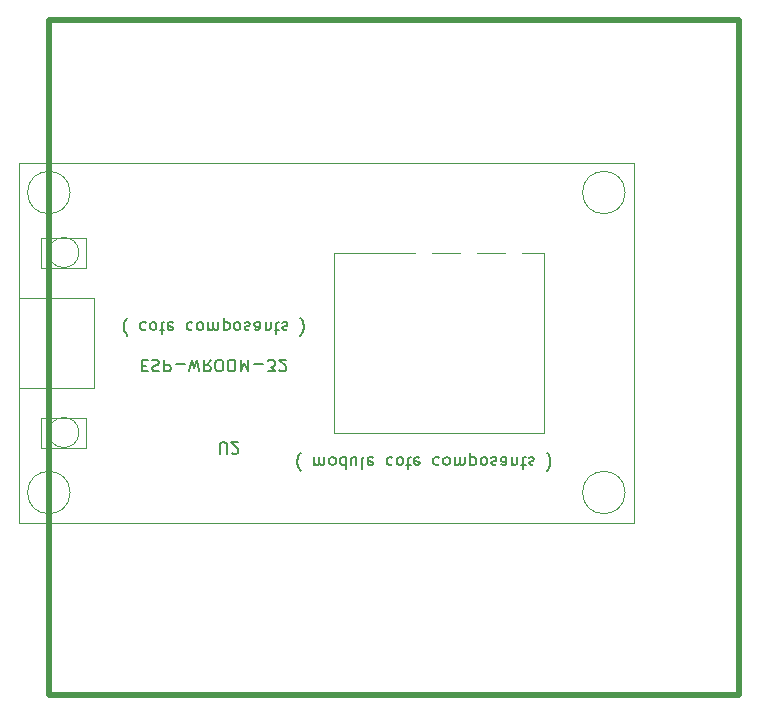
<source format=gbo>
%TF.GenerationSoftware,KiCad,Pcbnew,6.0.0-rc1-unknown-5cb2641142~116~ubuntu20.04.1*%
%TF.CreationDate,2021-12-06T17:50:33+01:00*%
%TF.ProjectId,CARTE_ESP32_TFT,43415254-455f-4455-9350-33325f544654,rev?*%
%TF.SameCoordinates,PX678e028PY7445a00*%
%TF.FileFunction,Legend,Bot*%
%TF.FilePolarity,Positive*%
%FSLAX46Y46*%
G04 Gerber Fmt 4.6, Leading zero omitted, Abs format (unit mm)*
G04 Created by KiCad (PCBNEW 6.0.0-rc1-unknown-5cb2641142~116~ubuntu20.04.1) date 2021-12-06 17:50:33*
%MOMM*%
%LPD*%
G01*
G04 APERTURE LIST*
%TA.AperFunction,Profile*%
%ADD10C,0.500000*%
%TD*%
%ADD11C,0.150000*%
%ADD12C,0.120000*%
%ADD13C,1.800000*%
%ADD14C,1.998980*%
G04 APERTURE END LIST*
D10*
X0Y0D02*
X58420000Y0D01*
X58420000Y0D02*
X58420000Y57150000D01*
X58420000Y57150000D02*
X0Y57150000D01*
X0Y57150000D02*
X0Y0D01*
D11*
X14478095Y20407381D02*
X14478095Y21216905D01*
X14525714Y21312143D01*
X14573333Y21359762D01*
X14668571Y21407381D01*
X14859047Y21407381D01*
X14954285Y21359762D01*
X15001904Y21312143D01*
X15049523Y21216905D01*
X15049523Y20407381D01*
X15478095Y20502620D02*
X15525714Y20455000D01*
X15620952Y20407381D01*
X15859047Y20407381D01*
X15954285Y20455000D01*
X16001904Y20502620D01*
X16049523Y20597858D01*
X16049523Y20693096D01*
X16001904Y20835953D01*
X15430476Y21407381D01*
X16049523Y21407381D01*
X21321428Y20518334D02*
X21273809Y20470715D01*
X21178571Y20327858D01*
X21130952Y20232620D01*
X21083333Y20089762D01*
X21035714Y19851667D01*
X21035714Y19661191D01*
X21083333Y19423096D01*
X21130952Y19280239D01*
X21178571Y19185000D01*
X21273809Y19042143D01*
X21321428Y18994524D01*
X22464285Y20137381D02*
X22464285Y19470715D01*
X22464285Y19565953D02*
X22511904Y19518334D01*
X22607142Y19470715D01*
X22750000Y19470715D01*
X22845238Y19518334D01*
X22892857Y19613572D01*
X22892857Y20137381D01*
X22892857Y19613572D02*
X22940476Y19518334D01*
X23035714Y19470715D01*
X23178571Y19470715D01*
X23273809Y19518334D01*
X23321428Y19613572D01*
X23321428Y20137381D01*
X23940476Y20137381D02*
X23845238Y20089762D01*
X23797619Y20042143D01*
X23750000Y19946905D01*
X23750000Y19661191D01*
X23797619Y19565953D01*
X23845238Y19518334D01*
X23940476Y19470715D01*
X24083333Y19470715D01*
X24178571Y19518334D01*
X24226190Y19565953D01*
X24273809Y19661191D01*
X24273809Y19946905D01*
X24226190Y20042143D01*
X24178571Y20089762D01*
X24083333Y20137381D01*
X23940476Y20137381D01*
X25130952Y20137381D02*
X25130952Y19137381D01*
X25130952Y20089762D02*
X25035714Y20137381D01*
X24845238Y20137381D01*
X24750000Y20089762D01*
X24702380Y20042143D01*
X24654761Y19946905D01*
X24654761Y19661191D01*
X24702380Y19565953D01*
X24750000Y19518334D01*
X24845238Y19470715D01*
X25035714Y19470715D01*
X25130952Y19518334D01*
X26035714Y19470715D02*
X26035714Y20137381D01*
X25607142Y19470715D02*
X25607142Y19994524D01*
X25654761Y20089762D01*
X25750000Y20137381D01*
X25892857Y20137381D01*
X25988095Y20089762D01*
X26035714Y20042143D01*
X26654761Y20137381D02*
X26559523Y20089762D01*
X26511904Y19994524D01*
X26511904Y19137381D01*
X27416666Y20089762D02*
X27321428Y20137381D01*
X27130952Y20137381D01*
X27035714Y20089762D01*
X26988095Y19994524D01*
X26988095Y19613572D01*
X27035714Y19518334D01*
X27130952Y19470715D01*
X27321428Y19470715D01*
X27416666Y19518334D01*
X27464285Y19613572D01*
X27464285Y19708810D01*
X26988095Y19804048D01*
X29083333Y20089762D02*
X28988095Y20137381D01*
X28797619Y20137381D01*
X28702380Y20089762D01*
X28654761Y20042143D01*
X28607142Y19946905D01*
X28607142Y19661191D01*
X28654761Y19565953D01*
X28702380Y19518334D01*
X28797619Y19470715D01*
X28988095Y19470715D01*
X29083333Y19518334D01*
X29654761Y20137381D02*
X29559523Y20089762D01*
X29511904Y20042143D01*
X29464285Y19946905D01*
X29464285Y19661191D01*
X29511904Y19565953D01*
X29559523Y19518334D01*
X29654761Y19470715D01*
X29797619Y19470715D01*
X29892857Y19518334D01*
X29940476Y19565953D01*
X29988095Y19661191D01*
X29988095Y19946905D01*
X29940476Y20042143D01*
X29892857Y20089762D01*
X29797619Y20137381D01*
X29654761Y20137381D01*
X30273809Y19470715D02*
X30654761Y19470715D01*
X30416666Y19137381D02*
X30416666Y19994524D01*
X30464285Y20089762D01*
X30559523Y20137381D01*
X30654761Y20137381D01*
X31369047Y20089762D02*
X31273809Y20137381D01*
X31083333Y20137381D01*
X30988095Y20089762D01*
X30940476Y19994524D01*
X30940476Y19613572D01*
X30988095Y19518334D01*
X31083333Y19470715D01*
X31273809Y19470715D01*
X31369047Y19518334D01*
X31416666Y19613572D01*
X31416666Y19708810D01*
X30940476Y19804048D01*
X33035714Y20089762D02*
X32940476Y20137381D01*
X32750000Y20137381D01*
X32654761Y20089762D01*
X32607142Y20042143D01*
X32559523Y19946905D01*
X32559523Y19661191D01*
X32607142Y19565953D01*
X32654761Y19518334D01*
X32750000Y19470715D01*
X32940476Y19470715D01*
X33035714Y19518334D01*
X33607142Y20137381D02*
X33511904Y20089762D01*
X33464285Y20042143D01*
X33416666Y19946905D01*
X33416666Y19661191D01*
X33464285Y19565953D01*
X33511904Y19518334D01*
X33607142Y19470715D01*
X33750000Y19470715D01*
X33845238Y19518334D01*
X33892857Y19565953D01*
X33940476Y19661191D01*
X33940476Y19946905D01*
X33892857Y20042143D01*
X33845238Y20089762D01*
X33750000Y20137381D01*
X33607142Y20137381D01*
X34369047Y20137381D02*
X34369047Y19470715D01*
X34369047Y19565953D02*
X34416666Y19518334D01*
X34511904Y19470715D01*
X34654761Y19470715D01*
X34750000Y19518334D01*
X34797619Y19613572D01*
X34797619Y20137381D01*
X34797619Y19613572D02*
X34845238Y19518334D01*
X34940476Y19470715D01*
X35083333Y19470715D01*
X35178571Y19518334D01*
X35226190Y19613572D01*
X35226190Y20137381D01*
X35702380Y19470715D02*
X35702380Y20470715D01*
X35702380Y19518334D02*
X35797619Y19470715D01*
X35988095Y19470715D01*
X36083333Y19518334D01*
X36130952Y19565953D01*
X36178571Y19661191D01*
X36178571Y19946905D01*
X36130952Y20042143D01*
X36083333Y20089762D01*
X35988095Y20137381D01*
X35797619Y20137381D01*
X35702380Y20089762D01*
X36750000Y20137381D02*
X36654761Y20089762D01*
X36607142Y20042143D01*
X36559523Y19946905D01*
X36559523Y19661191D01*
X36607142Y19565953D01*
X36654761Y19518334D01*
X36750000Y19470715D01*
X36892857Y19470715D01*
X36988095Y19518334D01*
X37035714Y19565953D01*
X37083333Y19661191D01*
X37083333Y19946905D01*
X37035714Y20042143D01*
X36988095Y20089762D01*
X36892857Y20137381D01*
X36750000Y20137381D01*
X37464285Y20089762D02*
X37559523Y20137381D01*
X37750000Y20137381D01*
X37845238Y20089762D01*
X37892857Y19994524D01*
X37892857Y19946905D01*
X37845238Y19851667D01*
X37750000Y19804048D01*
X37607142Y19804048D01*
X37511904Y19756429D01*
X37464285Y19661191D01*
X37464285Y19613572D01*
X37511904Y19518334D01*
X37607142Y19470715D01*
X37750000Y19470715D01*
X37845238Y19518334D01*
X38750000Y20137381D02*
X38750000Y19613572D01*
X38702380Y19518334D01*
X38607142Y19470715D01*
X38416666Y19470715D01*
X38321428Y19518334D01*
X38750000Y20089762D02*
X38654761Y20137381D01*
X38416666Y20137381D01*
X38321428Y20089762D01*
X38273809Y19994524D01*
X38273809Y19899286D01*
X38321428Y19804048D01*
X38416666Y19756429D01*
X38654761Y19756429D01*
X38750000Y19708810D01*
X39226190Y19470715D02*
X39226190Y20137381D01*
X39226190Y19565953D02*
X39273809Y19518334D01*
X39369047Y19470715D01*
X39511904Y19470715D01*
X39607142Y19518334D01*
X39654761Y19613572D01*
X39654761Y20137381D01*
X39988095Y19470715D02*
X40369047Y19470715D01*
X40130952Y19137381D02*
X40130952Y19994524D01*
X40178571Y20089762D01*
X40273809Y20137381D01*
X40369047Y20137381D01*
X40654761Y20089762D02*
X40750000Y20137381D01*
X40940476Y20137381D01*
X41035714Y20089762D01*
X41083333Y19994524D01*
X41083333Y19946905D01*
X41035714Y19851667D01*
X40940476Y19804048D01*
X40797619Y19804048D01*
X40702380Y19756429D01*
X40654761Y19661191D01*
X40654761Y19613572D01*
X40702380Y19518334D01*
X40797619Y19470715D01*
X40940476Y19470715D01*
X41035714Y19518334D01*
X42178571Y20518334D02*
X42226190Y20470715D01*
X42321428Y20327858D01*
X42369047Y20232620D01*
X42416666Y20089762D01*
X42464285Y19851667D01*
X42464285Y19661191D01*
X42416666Y19423096D01*
X42369047Y19280239D01*
X42321428Y19185000D01*
X42226190Y19042143D01*
X42178571Y18994524D01*
X6636666Y31948334D02*
X6589047Y31900715D01*
X6493809Y31757858D01*
X6446190Y31662620D01*
X6398571Y31519762D01*
X6350952Y31281667D01*
X6350952Y31091191D01*
X6398571Y30853096D01*
X6446190Y30710239D01*
X6493809Y30615000D01*
X6589047Y30472143D01*
X6636666Y30424524D01*
X8208095Y31519762D02*
X8112857Y31567381D01*
X7922380Y31567381D01*
X7827142Y31519762D01*
X7779523Y31472143D01*
X7731904Y31376905D01*
X7731904Y31091191D01*
X7779523Y30995953D01*
X7827142Y30948334D01*
X7922380Y30900715D01*
X8112857Y30900715D01*
X8208095Y30948334D01*
X8779523Y31567381D02*
X8684285Y31519762D01*
X8636666Y31472143D01*
X8589047Y31376905D01*
X8589047Y31091191D01*
X8636666Y30995953D01*
X8684285Y30948334D01*
X8779523Y30900715D01*
X8922380Y30900715D01*
X9017619Y30948334D01*
X9065238Y30995953D01*
X9112857Y31091191D01*
X9112857Y31376905D01*
X9065238Y31472143D01*
X9017619Y31519762D01*
X8922380Y31567381D01*
X8779523Y31567381D01*
X9398571Y30900715D02*
X9779523Y30900715D01*
X9541428Y30567381D02*
X9541428Y31424524D01*
X9589047Y31519762D01*
X9684285Y31567381D01*
X9779523Y31567381D01*
X10493809Y31519762D02*
X10398571Y31567381D01*
X10208095Y31567381D01*
X10112857Y31519762D01*
X10065238Y31424524D01*
X10065238Y31043572D01*
X10112857Y30948334D01*
X10208095Y30900715D01*
X10398571Y30900715D01*
X10493809Y30948334D01*
X10541428Y31043572D01*
X10541428Y31138810D01*
X10065238Y31234048D01*
X12160476Y31519762D02*
X12065238Y31567381D01*
X11874761Y31567381D01*
X11779523Y31519762D01*
X11731904Y31472143D01*
X11684285Y31376905D01*
X11684285Y31091191D01*
X11731904Y30995953D01*
X11779523Y30948334D01*
X11874761Y30900715D01*
X12065238Y30900715D01*
X12160476Y30948334D01*
X12731904Y31567381D02*
X12636666Y31519762D01*
X12589047Y31472143D01*
X12541428Y31376905D01*
X12541428Y31091191D01*
X12589047Y30995953D01*
X12636666Y30948334D01*
X12731904Y30900715D01*
X12874761Y30900715D01*
X12970000Y30948334D01*
X13017619Y30995953D01*
X13065238Y31091191D01*
X13065238Y31376905D01*
X13017619Y31472143D01*
X12970000Y31519762D01*
X12874761Y31567381D01*
X12731904Y31567381D01*
X13493809Y31567381D02*
X13493809Y30900715D01*
X13493809Y30995953D02*
X13541428Y30948334D01*
X13636666Y30900715D01*
X13779523Y30900715D01*
X13874761Y30948334D01*
X13922380Y31043572D01*
X13922380Y31567381D01*
X13922380Y31043572D02*
X13970000Y30948334D01*
X14065238Y30900715D01*
X14208095Y30900715D01*
X14303333Y30948334D01*
X14350952Y31043572D01*
X14350952Y31567381D01*
X14827142Y30900715D02*
X14827142Y31900715D01*
X14827142Y30948334D02*
X14922380Y30900715D01*
X15112857Y30900715D01*
X15208095Y30948334D01*
X15255714Y30995953D01*
X15303333Y31091191D01*
X15303333Y31376905D01*
X15255714Y31472143D01*
X15208095Y31519762D01*
X15112857Y31567381D01*
X14922380Y31567381D01*
X14827142Y31519762D01*
X15874761Y31567381D02*
X15779523Y31519762D01*
X15731904Y31472143D01*
X15684285Y31376905D01*
X15684285Y31091191D01*
X15731904Y30995953D01*
X15779523Y30948334D01*
X15874761Y30900715D01*
X16017619Y30900715D01*
X16112857Y30948334D01*
X16160476Y30995953D01*
X16208095Y31091191D01*
X16208095Y31376905D01*
X16160476Y31472143D01*
X16112857Y31519762D01*
X16017619Y31567381D01*
X15874761Y31567381D01*
X16589047Y31519762D02*
X16684285Y31567381D01*
X16874761Y31567381D01*
X16970000Y31519762D01*
X17017619Y31424524D01*
X17017619Y31376905D01*
X16970000Y31281667D01*
X16874761Y31234048D01*
X16731904Y31234048D01*
X16636666Y31186429D01*
X16589047Y31091191D01*
X16589047Y31043572D01*
X16636666Y30948334D01*
X16731904Y30900715D01*
X16874761Y30900715D01*
X16970000Y30948334D01*
X17874761Y31567381D02*
X17874761Y31043572D01*
X17827142Y30948334D01*
X17731904Y30900715D01*
X17541428Y30900715D01*
X17446190Y30948334D01*
X17874761Y31519762D02*
X17779523Y31567381D01*
X17541428Y31567381D01*
X17446190Y31519762D01*
X17398571Y31424524D01*
X17398571Y31329286D01*
X17446190Y31234048D01*
X17541428Y31186429D01*
X17779523Y31186429D01*
X17874761Y31138810D01*
X18350952Y30900715D02*
X18350952Y31567381D01*
X18350952Y30995953D02*
X18398571Y30948334D01*
X18493809Y30900715D01*
X18636666Y30900715D01*
X18731904Y30948334D01*
X18779523Y31043572D01*
X18779523Y31567381D01*
X19112857Y30900715D02*
X19493809Y30900715D01*
X19255714Y30567381D02*
X19255714Y31424524D01*
X19303333Y31519762D01*
X19398571Y31567381D01*
X19493809Y31567381D01*
X19779523Y31519762D02*
X19874761Y31567381D01*
X20065238Y31567381D01*
X20160476Y31519762D01*
X20208095Y31424524D01*
X20208095Y31376905D01*
X20160476Y31281667D01*
X20065238Y31234048D01*
X19922380Y31234048D01*
X19827142Y31186429D01*
X19779523Y31091191D01*
X19779523Y31043572D01*
X19827142Y30948334D01*
X19922380Y30900715D01*
X20065238Y30900715D01*
X20160476Y30948334D01*
X21303333Y31948334D02*
X21350952Y31900715D01*
X21446190Y31757858D01*
X21493809Y31662620D01*
X21541428Y31519762D01*
X21589047Y31281667D01*
X21589047Y31091191D01*
X21541428Y30853096D01*
X21493809Y30710239D01*
X21446190Y30615000D01*
X21350952Y30472143D01*
X21303333Y30424524D01*
X7898571Y27868572D02*
X8231904Y27868572D01*
X8374761Y28392381D02*
X7898571Y28392381D01*
X7898571Y27392381D01*
X8374761Y27392381D01*
X8755714Y28344762D02*
X8898571Y28392381D01*
X9136666Y28392381D01*
X9231904Y28344762D01*
X9279523Y28297143D01*
X9327142Y28201905D01*
X9327142Y28106667D01*
X9279523Y28011429D01*
X9231904Y27963810D01*
X9136666Y27916191D01*
X8946190Y27868572D01*
X8850952Y27820953D01*
X8803333Y27773334D01*
X8755714Y27678096D01*
X8755714Y27582858D01*
X8803333Y27487620D01*
X8850952Y27440000D01*
X8946190Y27392381D01*
X9184285Y27392381D01*
X9327142Y27440000D01*
X9755714Y28392381D02*
X9755714Y27392381D01*
X10136666Y27392381D01*
X10231904Y27440000D01*
X10279523Y27487620D01*
X10327142Y27582858D01*
X10327142Y27725715D01*
X10279523Y27820953D01*
X10231904Y27868572D01*
X10136666Y27916191D01*
X9755714Y27916191D01*
X10755714Y28011429D02*
X11517619Y28011429D01*
X11898571Y27392381D02*
X12136666Y28392381D01*
X12327142Y27678096D01*
X12517619Y28392381D01*
X12755714Y27392381D01*
X13708095Y28392381D02*
X13374761Y27916191D01*
X13136666Y28392381D02*
X13136666Y27392381D01*
X13517619Y27392381D01*
X13612857Y27440000D01*
X13660476Y27487620D01*
X13708095Y27582858D01*
X13708095Y27725715D01*
X13660476Y27820953D01*
X13612857Y27868572D01*
X13517619Y27916191D01*
X13136666Y27916191D01*
X14327142Y27392381D02*
X14517619Y27392381D01*
X14612857Y27440000D01*
X14708095Y27535239D01*
X14755714Y27725715D01*
X14755714Y28059048D01*
X14708095Y28249524D01*
X14612857Y28344762D01*
X14517619Y28392381D01*
X14327142Y28392381D01*
X14231904Y28344762D01*
X14136666Y28249524D01*
X14089047Y28059048D01*
X14089047Y27725715D01*
X14136666Y27535239D01*
X14231904Y27440000D01*
X14327142Y27392381D01*
X15374761Y27392381D02*
X15565238Y27392381D01*
X15660476Y27440000D01*
X15755714Y27535239D01*
X15803333Y27725715D01*
X15803333Y28059048D01*
X15755714Y28249524D01*
X15660476Y28344762D01*
X15565238Y28392381D01*
X15374761Y28392381D01*
X15279523Y28344762D01*
X15184285Y28249524D01*
X15136666Y28059048D01*
X15136666Y27725715D01*
X15184285Y27535239D01*
X15279523Y27440000D01*
X15374761Y27392381D01*
X16231904Y28392381D02*
X16231904Y27392381D01*
X16565238Y28106667D01*
X16898571Y27392381D01*
X16898571Y28392381D01*
X17374761Y28011429D02*
X18136666Y28011429D01*
X18517619Y27392381D02*
X19136666Y27392381D01*
X18803333Y27773334D01*
X18946190Y27773334D01*
X19041428Y27820953D01*
X19089047Y27868572D01*
X19136666Y27963810D01*
X19136666Y28201905D01*
X19089047Y28297143D01*
X19041428Y28344762D01*
X18946190Y28392381D01*
X18660476Y28392381D01*
X18565238Y28344762D01*
X18517619Y28297143D01*
X19517619Y27487620D02*
X19565238Y27440000D01*
X19660476Y27392381D01*
X19898571Y27392381D01*
X19993809Y27440000D01*
X20041428Y27487620D01*
X20089047Y27582858D01*
X20089047Y27678096D01*
X20041428Y27820953D01*
X19470000Y28392381D01*
X20089047Y28392381D01*
D12*
X49530000Y45085000D02*
X-2540000Y45085000D01*
X-2540000Y45085000D02*
X-2540000Y14605000D01*
X-2540000Y14605000D02*
X49530000Y14605000D01*
X49530000Y14605000D02*
X49530000Y45085000D01*
X3175000Y23495000D02*
X-635000Y23495000D01*
X-635000Y23495000D02*
X-635000Y20955000D01*
X-635000Y20955000D02*
X3175000Y20955000D01*
X3175000Y20955000D02*
X3175000Y23495000D01*
X-2540000Y33655000D02*
X3810000Y33655000D01*
X3810000Y33655000D02*
X3810000Y26035000D01*
X3810000Y26035000D02*
X-2540000Y26035000D01*
X-2540000Y26035000D02*
X-2540000Y33655000D01*
X41910000Y37465000D02*
X24130000Y37465000D01*
X24130000Y37465000D02*
X24130000Y22225000D01*
X24130000Y22225000D02*
X41910000Y22225000D01*
X41910000Y22225000D02*
X41910000Y37465000D01*
X3175000Y38735000D02*
X-635000Y38735000D01*
X-635000Y38735000D02*
X-635000Y36195000D01*
X-635000Y36195000D02*
X3175000Y36195000D01*
X3175000Y36195000D02*
X3175000Y38735000D01*
X2540000Y22225000D02*
G75*
G03*
X2540000Y22225000I-1270000J0D01*
G01*
X2540000Y37465000D02*
G75*
G03*
X2540000Y37465000I-1270000J0D01*
G01*
X1796051Y17145000D02*
G75*
G03*
X1796051Y17145000I-1796051J0D01*
G01*
X48786051Y17145000D02*
G75*
G03*
X48786051Y17145000I-1796051J0D01*
G01*
X48786051Y42545000D02*
G75*
G03*
X48786051Y42545000I-1796051J0D01*
G01*
X1796051Y42545000D02*
G75*
G03*
X1796051Y42545000I-1796051J0D01*
G01*
%LPC*%
D13*
X39370000Y29210000D03*
X39370000Y36830000D03*
D14*
X54610000Y21590000D03*
D13*
X11430000Y3810000D03*
X13970000Y3810000D03*
X16510000Y3810000D03*
X19050000Y3810000D03*
X21590000Y3810000D03*
X24130000Y3810000D03*
X29210000Y3810000D03*
X31750000Y3810000D03*
X34290000Y3810000D03*
X36830000Y3810000D03*
X39370000Y3810000D03*
X41910000Y3810000D03*
X41910000Y52070000D03*
X39370000Y52070000D03*
X36830000Y52070000D03*
X34290000Y52070000D03*
X31750000Y52070000D03*
X29210000Y52070000D03*
X26670000Y52070000D03*
X24130000Y52070000D03*
X20320000Y52070000D03*
X17780000Y52070000D03*
X15240000Y52070000D03*
X12700000Y52070000D03*
X10160000Y52070000D03*
X7620000Y52070000D03*
X5080000Y52070000D03*
X2540000Y52070000D03*
D14*
X54610000Y24130000D03*
X54610000Y11430000D03*
X54610000Y16510000D03*
D13*
X43180000Y29210000D03*
X43180000Y36830000D03*
D14*
X54610000Y13970000D03*
X54610000Y19050000D03*
D13*
X31750000Y36830000D03*
X31750000Y29210000D03*
D14*
X54610000Y26670000D03*
D13*
X35560000Y29210000D03*
X35560000Y36830000D03*
X7620000Y42545000D03*
X10160000Y42545000D03*
X12700000Y42545000D03*
X15240000Y42545000D03*
X17780000Y42545000D03*
X20320000Y42545000D03*
X22860000Y42545000D03*
X25400000Y42545000D03*
X27940000Y42545000D03*
X30480000Y42545000D03*
X33020000Y42545000D03*
X35560000Y42545000D03*
X38100000Y42545000D03*
X40640000Y42545000D03*
X43180000Y42545000D03*
X43180000Y17145000D03*
X40640000Y17145000D03*
X38100000Y17145000D03*
X35560000Y17145000D03*
X33020000Y17145000D03*
X30480000Y17145000D03*
X27940000Y17145000D03*
X25400000Y17145000D03*
X22860000Y17145000D03*
X20320000Y17145000D03*
X17780000Y17145000D03*
X15240000Y17145000D03*
X12700000Y17145000D03*
X10160000Y17145000D03*
X7620000Y17145000D03*
M02*

</source>
